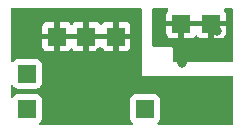
<source format=gbr>
%TF.GenerationSoftware,KiCad,Pcbnew,7.0.9*%
%TF.CreationDate,2024-02-29T20:07:28+01:00*%
%TF.ProjectId,dropdown,64726f70-646f-4776-9e2e-6b696361645f,rev?*%
%TF.SameCoordinates,Original*%
%TF.FileFunction,Copper,L2,Bot*%
%TF.FilePolarity,Positive*%
%FSLAX46Y46*%
G04 Gerber Fmt 4.6, Leading zero omitted, Abs format (unit mm)*
G04 Created by KiCad (PCBNEW 7.0.9) date 2024-02-29 20:07:28*
%MOMM*%
%LPD*%
G01*
G04 APERTURE LIST*
%TA.AperFunction,ComponentPad*%
%ADD10R,1.500000X1.500000*%
%TD*%
%TA.AperFunction,ViaPad*%
%ADD11C,0.800000*%
%TD*%
G04 APERTURE END LIST*
D10*
%TO.P,J2,1,Pin_1*%
%TO.N,GND*%
X76750000Y-60700000D03*
%TD*%
%TO.P,J7,1,Pin_1*%
%TO.N,+3.3V*%
X87300000Y-59600000D03*
%TD*%
%TO.P,J4,1,Pin_1*%
%TO.N,GND*%
X81750000Y-60700000D03*
%TD*%
%TO.P,T1,1,Pin_1*%
%TO.N,+12V*%
X74250000Y-66850000D03*
%TD*%
%TO.P,J1,1,Pin_1*%
%TO.N,VD*%
X84250000Y-66850000D03*
%TD*%
%TO.P,T2,1,Pin_1*%
%TO.N,GND1*%
X74250000Y-63850000D03*
%TD*%
%TO.P,J8,1,Pin_1*%
%TO.N,GND*%
X79250000Y-60700000D03*
%TD*%
%TO.P,J3,1,Pin_1*%
%TO.N,+3.3V*%
X89850000Y-59600000D03*
%TD*%
D11*
%TO.N,+3.3V*%
X90300000Y-60250000D03*
X85500000Y-60550000D03*
X87400000Y-62950000D03*
%TO.N,GND*%
X80450000Y-62050000D03*
X87487500Y-64500000D03*
X82225000Y-63350000D03*
%TD*%
%TA.AperFunction,Conductor*%
%TO.N,GND*%
G36*
X83893039Y-58319685D02*
G01*
X83938794Y-58372489D01*
X83950000Y-58424000D01*
X83950000Y-64000000D01*
X84000000Y-64000000D01*
X91576000Y-64000000D01*
X91643039Y-64019685D01*
X91688794Y-64072489D01*
X91700000Y-64124000D01*
X91700000Y-68076000D01*
X91680315Y-68143039D01*
X91627511Y-68188794D01*
X91576000Y-68200000D01*
X85406226Y-68200000D01*
X85339187Y-68180315D01*
X85293432Y-68127511D01*
X85283488Y-68058353D01*
X85312513Y-67994797D01*
X85331914Y-67976734D01*
X85357546Y-67957546D01*
X85443796Y-67842331D01*
X85494091Y-67707483D01*
X85500500Y-67647873D01*
X85500499Y-66052128D01*
X85494091Y-65992517D01*
X85443796Y-65857669D01*
X85443795Y-65857668D01*
X85443793Y-65857664D01*
X85357547Y-65742455D01*
X85357544Y-65742452D01*
X85242335Y-65656206D01*
X85242328Y-65656202D01*
X85107482Y-65605908D01*
X85107483Y-65605908D01*
X85047883Y-65599501D01*
X85047881Y-65599500D01*
X85047873Y-65599500D01*
X85047864Y-65599500D01*
X83452129Y-65599500D01*
X83452123Y-65599501D01*
X83392516Y-65605908D01*
X83257671Y-65656202D01*
X83257664Y-65656206D01*
X83142455Y-65742452D01*
X83142452Y-65742455D01*
X83056206Y-65857664D01*
X83056202Y-65857671D01*
X83005908Y-65992517D01*
X82999501Y-66052116D01*
X82999501Y-66052123D01*
X82999500Y-66052135D01*
X82999500Y-67647870D01*
X82999501Y-67647876D01*
X83005908Y-67707483D01*
X83056202Y-67842328D01*
X83056206Y-67842335D01*
X83142452Y-67957544D01*
X83142453Y-67957544D01*
X83142454Y-67957546D01*
X83168086Y-67976734D01*
X83209956Y-68032668D01*
X83214940Y-68102360D01*
X83181454Y-68163682D01*
X83120131Y-68197167D01*
X83093774Y-68200000D01*
X75406226Y-68200000D01*
X75339187Y-68180315D01*
X75293432Y-68127511D01*
X75283488Y-68058353D01*
X75312513Y-67994797D01*
X75331914Y-67976734D01*
X75357546Y-67957546D01*
X75443796Y-67842331D01*
X75494091Y-67707483D01*
X75500500Y-67647873D01*
X75500499Y-66052128D01*
X75494091Y-65992517D01*
X75443796Y-65857669D01*
X75443795Y-65857668D01*
X75443793Y-65857664D01*
X75357547Y-65742455D01*
X75357544Y-65742452D01*
X75242335Y-65656206D01*
X75242328Y-65656202D01*
X75107482Y-65605908D01*
X75107483Y-65605908D01*
X75047883Y-65599501D01*
X75047881Y-65599500D01*
X75047873Y-65599500D01*
X75047864Y-65599500D01*
X73452129Y-65599500D01*
X73452123Y-65599501D01*
X73392516Y-65605908D01*
X73257671Y-65656202D01*
X73257664Y-65656206D01*
X73142455Y-65742452D01*
X73142452Y-65742455D01*
X73073266Y-65834876D01*
X73017332Y-65876747D01*
X72947641Y-65881731D01*
X72886318Y-65848245D01*
X72852834Y-65786922D01*
X72850000Y-65760565D01*
X72850000Y-64939434D01*
X72869685Y-64872395D01*
X72922489Y-64826640D01*
X72991647Y-64816696D01*
X73055203Y-64845721D01*
X73073262Y-64865118D01*
X73142454Y-64957546D01*
X73188643Y-64992123D01*
X73257664Y-65043793D01*
X73257671Y-65043797D01*
X73392517Y-65094091D01*
X73392516Y-65094091D01*
X73399444Y-65094835D01*
X73452127Y-65100500D01*
X75047872Y-65100499D01*
X75107483Y-65094091D01*
X75242331Y-65043796D01*
X75357546Y-64957546D01*
X75443796Y-64842331D01*
X75494091Y-64707483D01*
X75500500Y-64647873D01*
X75500499Y-63052128D01*
X75494091Y-62992517D01*
X75478233Y-62950000D01*
X75443797Y-62857671D01*
X75443793Y-62857664D01*
X75357547Y-62742455D01*
X75357544Y-62742452D01*
X75242335Y-62656206D01*
X75242328Y-62656202D01*
X75107482Y-62605908D01*
X75107483Y-62605908D01*
X75047883Y-62599501D01*
X75047881Y-62599500D01*
X75047873Y-62599500D01*
X75047864Y-62599500D01*
X73452129Y-62599500D01*
X73452123Y-62599501D01*
X73392516Y-62605908D01*
X73257671Y-62656202D01*
X73257664Y-62656206D01*
X73142455Y-62742452D01*
X73142452Y-62742455D01*
X73073266Y-62834876D01*
X73017332Y-62876747D01*
X72947641Y-62881731D01*
X72886318Y-62848245D01*
X72852834Y-62786922D01*
X72850000Y-62760565D01*
X72850000Y-60950000D01*
X75500000Y-60950000D01*
X75500000Y-61497844D01*
X75506401Y-61557372D01*
X75506403Y-61557379D01*
X75556645Y-61692086D01*
X75556649Y-61692093D01*
X75642809Y-61807187D01*
X75642812Y-61807190D01*
X75757906Y-61893350D01*
X75757913Y-61893354D01*
X75892620Y-61943596D01*
X75892627Y-61943598D01*
X75952155Y-61949999D01*
X75952172Y-61950000D01*
X76500000Y-61950000D01*
X76500000Y-60950000D01*
X75500000Y-60950000D01*
X72850000Y-60950000D01*
X72850000Y-60729302D01*
X76396372Y-60729302D01*
X76425047Y-60842538D01*
X76488936Y-60940327D01*
X76581115Y-61012072D01*
X76691595Y-61050000D01*
X76779005Y-61050000D01*
X76865216Y-61035614D01*
X76967947Y-60980019D01*
X76995581Y-60950000D01*
X77000000Y-60950000D01*
X77000000Y-61950000D01*
X77547828Y-61950000D01*
X77547844Y-61949999D01*
X77607372Y-61943598D01*
X77607379Y-61943596D01*
X77742086Y-61893354D01*
X77742093Y-61893350D01*
X77857186Y-61807190D01*
X77900733Y-61749021D01*
X77956667Y-61707150D01*
X78026359Y-61702166D01*
X78087682Y-61735651D01*
X78099267Y-61749021D01*
X78142813Y-61807190D01*
X78257906Y-61893350D01*
X78257913Y-61893354D01*
X78392620Y-61943596D01*
X78392627Y-61943598D01*
X78452155Y-61949999D01*
X78452172Y-61950000D01*
X79000000Y-61950000D01*
X79000000Y-60950000D01*
X77000000Y-60950000D01*
X76995581Y-60950000D01*
X77047060Y-60894079D01*
X77093982Y-60787108D01*
X77098772Y-60729302D01*
X78896372Y-60729302D01*
X78925047Y-60842538D01*
X78988936Y-60940327D01*
X79081115Y-61012072D01*
X79191595Y-61050000D01*
X79279005Y-61050000D01*
X79365216Y-61035614D01*
X79467947Y-60980019D01*
X79495581Y-60950000D01*
X79500000Y-60950000D01*
X79500000Y-61950000D01*
X80047828Y-61950000D01*
X80047844Y-61949999D01*
X80107372Y-61943598D01*
X80107379Y-61943596D01*
X80242086Y-61893354D01*
X80242093Y-61893350D01*
X80357186Y-61807190D01*
X80400733Y-61749021D01*
X80456667Y-61707150D01*
X80526359Y-61702166D01*
X80587682Y-61735651D01*
X80599267Y-61749021D01*
X80642813Y-61807190D01*
X80757906Y-61893350D01*
X80757913Y-61893354D01*
X80892620Y-61943596D01*
X80892627Y-61943598D01*
X80952155Y-61949999D01*
X80952172Y-61950000D01*
X81500000Y-61950000D01*
X81500000Y-60950000D01*
X79500000Y-60950000D01*
X79495581Y-60950000D01*
X79547060Y-60894079D01*
X79593982Y-60787108D01*
X79598772Y-60729302D01*
X81396372Y-60729302D01*
X81425047Y-60842538D01*
X81488936Y-60940327D01*
X81581115Y-61012072D01*
X81691595Y-61050000D01*
X81779005Y-61050000D01*
X81865216Y-61035614D01*
X81967947Y-60980019D01*
X81995581Y-60950000D01*
X82000000Y-60950000D01*
X82000000Y-61950000D01*
X82547828Y-61950000D01*
X82547844Y-61949999D01*
X82607372Y-61943598D01*
X82607379Y-61943596D01*
X82742086Y-61893354D01*
X82742093Y-61893350D01*
X82857187Y-61807190D01*
X82857190Y-61807187D01*
X82943350Y-61692093D01*
X82943354Y-61692086D01*
X82993596Y-61557379D01*
X82993598Y-61557372D01*
X82999999Y-61497844D01*
X83000000Y-61497827D01*
X83000000Y-60950000D01*
X82000000Y-60950000D01*
X81995581Y-60950000D01*
X82047060Y-60894079D01*
X82093982Y-60787108D01*
X82103628Y-60670698D01*
X82074953Y-60557462D01*
X82011064Y-60459673D01*
X81918885Y-60387928D01*
X81808405Y-60350000D01*
X81720995Y-60350000D01*
X81634784Y-60364386D01*
X81532053Y-60419981D01*
X81452940Y-60505921D01*
X81406018Y-60612892D01*
X81396372Y-60729302D01*
X79598772Y-60729302D01*
X79603628Y-60670698D01*
X79574953Y-60557462D01*
X79511064Y-60459673D01*
X79418885Y-60387928D01*
X79308405Y-60350000D01*
X79220995Y-60350000D01*
X79134784Y-60364386D01*
X79032053Y-60419981D01*
X78952940Y-60505921D01*
X78906018Y-60612892D01*
X78896372Y-60729302D01*
X77098772Y-60729302D01*
X77103628Y-60670698D01*
X77074953Y-60557462D01*
X77011064Y-60459673D01*
X76918885Y-60387928D01*
X76808405Y-60350000D01*
X76720995Y-60350000D01*
X76634784Y-60364386D01*
X76532053Y-60419981D01*
X76452940Y-60505921D01*
X76406018Y-60612892D01*
X76396372Y-60729302D01*
X72850000Y-60729302D01*
X72850000Y-60450000D01*
X75500000Y-60450000D01*
X76500000Y-60450000D01*
X76500000Y-59450000D01*
X77000000Y-59450000D01*
X77000000Y-60450000D01*
X79000000Y-60450000D01*
X79000000Y-59450000D01*
X79500000Y-59450000D01*
X79500000Y-60450000D01*
X81500000Y-60450000D01*
X81500000Y-59450000D01*
X82000000Y-59450000D01*
X82000000Y-60450000D01*
X83000000Y-60450000D01*
X83000000Y-59902172D01*
X82999999Y-59902155D01*
X82993598Y-59842627D01*
X82993596Y-59842620D01*
X82943354Y-59707913D01*
X82943350Y-59707906D01*
X82857190Y-59592812D01*
X82857187Y-59592809D01*
X82742093Y-59506649D01*
X82742086Y-59506645D01*
X82607379Y-59456403D01*
X82607372Y-59456401D01*
X82547844Y-59450000D01*
X82000000Y-59450000D01*
X81500000Y-59450000D01*
X80952155Y-59450000D01*
X80892627Y-59456401D01*
X80892620Y-59456403D01*
X80757913Y-59506645D01*
X80757906Y-59506649D01*
X80642812Y-59592809D01*
X80599266Y-59650979D01*
X80543332Y-59692849D01*
X80473640Y-59697833D01*
X80412317Y-59664347D01*
X80400734Y-59650979D01*
X80357187Y-59592809D01*
X80242093Y-59506649D01*
X80242086Y-59506645D01*
X80107379Y-59456403D01*
X80107372Y-59456401D01*
X80047844Y-59450000D01*
X79500000Y-59450000D01*
X79000000Y-59450000D01*
X78452155Y-59450000D01*
X78392627Y-59456401D01*
X78392620Y-59456403D01*
X78257913Y-59506645D01*
X78257906Y-59506649D01*
X78142812Y-59592809D01*
X78099266Y-59650979D01*
X78043332Y-59692849D01*
X77973640Y-59697833D01*
X77912317Y-59664347D01*
X77900734Y-59650979D01*
X77857187Y-59592809D01*
X77742093Y-59506649D01*
X77742086Y-59506645D01*
X77607379Y-59456403D01*
X77607372Y-59456401D01*
X77547844Y-59450000D01*
X77000000Y-59450000D01*
X76500000Y-59450000D01*
X75952155Y-59450000D01*
X75892627Y-59456401D01*
X75892620Y-59456403D01*
X75757913Y-59506645D01*
X75757906Y-59506649D01*
X75642812Y-59592809D01*
X75642809Y-59592812D01*
X75556649Y-59707906D01*
X75556645Y-59707913D01*
X75506403Y-59842620D01*
X75506401Y-59842627D01*
X75500000Y-59902155D01*
X75500000Y-60450000D01*
X72850000Y-60450000D01*
X72850000Y-58424000D01*
X72869685Y-58356961D01*
X72922489Y-58311206D01*
X72974000Y-58300000D01*
X83826000Y-58300000D01*
X83893039Y-58319685D01*
G37*
%TD.AperFunction*%
%TD*%
%TA.AperFunction,Conductor*%
%TO.N,+3.3V*%
G36*
X86156466Y-58319685D02*
G01*
X86202221Y-58372489D01*
X86212165Y-58441647D01*
X86188694Y-58498311D01*
X86106646Y-58607911D01*
X86106645Y-58607913D01*
X86056403Y-58742620D01*
X86056401Y-58742627D01*
X86050000Y-58802155D01*
X86050000Y-59350000D01*
X87054419Y-59350000D01*
X87002940Y-59405921D01*
X86956018Y-59512892D01*
X86946372Y-59629302D01*
X86975047Y-59742538D01*
X87038936Y-59840327D01*
X87131115Y-59912072D01*
X87241595Y-59950000D01*
X87329005Y-59950000D01*
X87415216Y-59935614D01*
X87517947Y-59880019D01*
X87545581Y-59850000D01*
X87550000Y-59850000D01*
X87550000Y-60850000D01*
X88097828Y-60850000D01*
X88097844Y-60849999D01*
X88157372Y-60843598D01*
X88157379Y-60843596D01*
X88292086Y-60793354D01*
X88292093Y-60793350D01*
X88407186Y-60707190D01*
X88475733Y-60615625D01*
X88531667Y-60573754D01*
X88601359Y-60568770D01*
X88662682Y-60602255D01*
X88674267Y-60615625D01*
X88742813Y-60707190D01*
X88857906Y-60793350D01*
X88857913Y-60793354D01*
X88992620Y-60843596D01*
X88992627Y-60843598D01*
X89052155Y-60849999D01*
X89052172Y-60850000D01*
X89600000Y-60850000D01*
X89600000Y-59850000D01*
X87550000Y-59850000D01*
X87545581Y-59850000D01*
X87597060Y-59794079D01*
X87643982Y-59687108D01*
X87653628Y-59570698D01*
X87624953Y-59457462D01*
X87561064Y-59359673D01*
X87548636Y-59350000D01*
X89604419Y-59350000D01*
X89552940Y-59405921D01*
X89506018Y-59512892D01*
X89496372Y-59629302D01*
X89525047Y-59742538D01*
X89588936Y-59840327D01*
X89681115Y-59912072D01*
X89791595Y-59950000D01*
X89879005Y-59950000D01*
X89965216Y-59935614D01*
X90067947Y-59880019D01*
X90095581Y-59850000D01*
X90100000Y-59850000D01*
X90100000Y-60850000D01*
X90647828Y-60850000D01*
X90647844Y-60849999D01*
X90707372Y-60843598D01*
X90707379Y-60843596D01*
X90842086Y-60793354D01*
X90842093Y-60793350D01*
X90957187Y-60707190D01*
X90957190Y-60707187D01*
X91043350Y-60592093D01*
X91043354Y-60592086D01*
X91093596Y-60457379D01*
X91093598Y-60457372D01*
X91099999Y-60397844D01*
X91100000Y-60397827D01*
X91100000Y-59850000D01*
X90100000Y-59850000D01*
X90095581Y-59850000D01*
X90147060Y-59794079D01*
X90193982Y-59687108D01*
X90203628Y-59570698D01*
X90174953Y-59457462D01*
X90111064Y-59359673D01*
X90098636Y-59350000D01*
X91100000Y-59350000D01*
X91100000Y-58802172D01*
X91099999Y-58802155D01*
X91093598Y-58742627D01*
X91093596Y-58742620D01*
X91043354Y-58607913D01*
X91043353Y-58607911D01*
X90961306Y-58498311D01*
X90936889Y-58432847D01*
X90951740Y-58364574D01*
X91001145Y-58315168D01*
X91060573Y-58300000D01*
X91576000Y-58300000D01*
X91643039Y-58319685D01*
X91688794Y-58372489D01*
X91700000Y-58424000D01*
X91700000Y-62726000D01*
X91680315Y-62793039D01*
X91627511Y-62838794D01*
X91576000Y-62850000D01*
X86724000Y-62850000D01*
X86656961Y-62830315D01*
X86611206Y-62777511D01*
X86600000Y-62726000D01*
X86600000Y-61650000D01*
X86500000Y-61550000D01*
X84974000Y-61550000D01*
X84906961Y-61530315D01*
X84861206Y-61477511D01*
X84850000Y-61426000D01*
X84850000Y-59850000D01*
X86050000Y-59850000D01*
X86050000Y-60397844D01*
X86056401Y-60457372D01*
X86056403Y-60457379D01*
X86106645Y-60592086D01*
X86106649Y-60592093D01*
X86192809Y-60707187D01*
X86192812Y-60707190D01*
X86307906Y-60793350D01*
X86307913Y-60793354D01*
X86442620Y-60843596D01*
X86442627Y-60843598D01*
X86502155Y-60849999D01*
X86502172Y-60850000D01*
X87050000Y-60850000D01*
X87050000Y-59850000D01*
X86050000Y-59850000D01*
X84850000Y-59850000D01*
X84850000Y-58424000D01*
X84869685Y-58356961D01*
X84922489Y-58311206D01*
X84974000Y-58300000D01*
X86089427Y-58300000D01*
X86156466Y-58319685D01*
G37*
%TD.AperFunction*%
%TD*%
M02*

</source>
